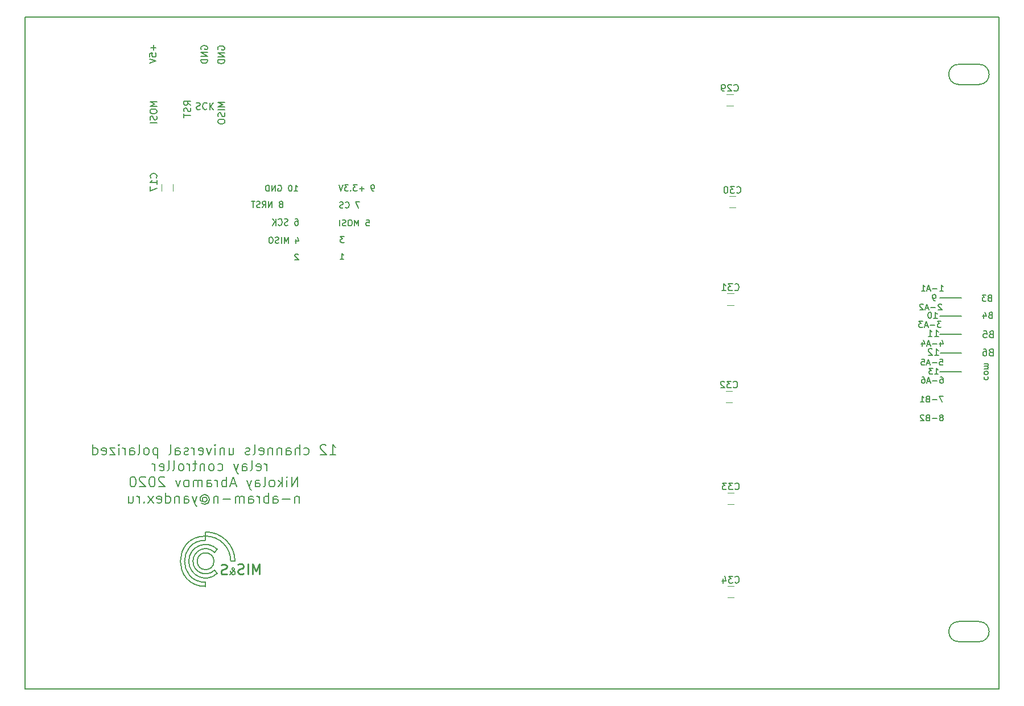
<source format=gbr>
G04 #@! TF.GenerationSoftware,KiCad,Pcbnew,(5.1.2)-1*
G04 #@! TF.CreationDate,2020-05-19T21:26:11+03:00*
G04 #@! TF.ProjectId,switch_controller,73776974-6368-45f6-936f-6e74726f6c6c,rev?*
G04 #@! TF.SameCoordinates,Original*
G04 #@! TF.FileFunction,Legend,Bot*
G04 #@! TF.FilePolarity,Positive*
%FSLAX46Y46*%
G04 Gerber Fmt 4.6, Leading zero omitted, Abs format (unit mm)*
G04 Created by KiCad (PCBNEW (5.1.2)-1) date 2020-05-19 21:26:11*
%MOMM*%
%LPD*%
G04 APERTURE LIST*
%ADD10C,0.160000*%
%ADD11C,0.150000*%
%ADD12C,0.250000*%
%ADD13C,0.200000*%
%ADD14C,0.120000*%
G04 APERTURE END LIST*
D10*
X112525000Y-82657142D02*
X111967857Y-82657142D01*
X112267857Y-83000000D01*
X112139285Y-83000000D01*
X112053571Y-83042857D01*
X112010714Y-83085714D01*
X111967857Y-83171428D01*
X111967857Y-83385714D01*
X112010714Y-83471428D01*
X112053571Y-83514285D01*
X112139285Y-83557142D01*
X112396428Y-83557142D01*
X112482142Y-83514285D01*
X112525000Y-83471428D01*
X105682142Y-85317857D02*
X105639285Y-85275000D01*
X105553571Y-85232142D01*
X105339285Y-85232142D01*
X105253571Y-85275000D01*
X105210714Y-85317857D01*
X105167857Y-85403571D01*
X105167857Y-85489285D01*
X105210714Y-85617857D01*
X105725000Y-86132142D01*
X105167857Y-86132142D01*
X111917857Y-86057142D02*
X112432142Y-86057142D01*
X112175000Y-86057142D02*
X112175000Y-85157142D01*
X112260714Y-85285714D01*
X112346428Y-85371428D01*
X112432142Y-85414285D01*
X207785714Y-103542857D02*
X207742857Y-103628571D01*
X207742857Y-103800000D01*
X207785714Y-103885714D01*
X207828571Y-103928571D01*
X207914285Y-103971428D01*
X208171428Y-103971428D01*
X208257142Y-103928571D01*
X208300000Y-103885714D01*
X208342857Y-103800000D01*
X208342857Y-103628571D01*
X208300000Y-103542857D01*
X207742857Y-103028571D02*
X207785714Y-103114285D01*
X207828571Y-103157142D01*
X207914285Y-103200000D01*
X208171428Y-103200000D01*
X208257142Y-103157142D01*
X208300000Y-103114285D01*
X208342857Y-103028571D01*
X208342857Y-102900000D01*
X208300000Y-102814285D01*
X208257142Y-102771428D01*
X208171428Y-102728571D01*
X207914285Y-102728571D01*
X207828571Y-102771428D01*
X207785714Y-102814285D01*
X207742857Y-102900000D01*
X207742857Y-103028571D01*
X207742857Y-102342857D02*
X208342857Y-102342857D01*
X208257142Y-102342857D02*
X208300000Y-102300000D01*
X208342857Y-102214285D01*
X208342857Y-102085714D01*
X208300000Y-102000000D01*
X208214285Y-101957142D01*
X207742857Y-101957142D01*
X208214285Y-101957142D02*
X208300000Y-101914285D01*
X208342857Y-101828571D01*
X208342857Y-101700000D01*
X208300000Y-101614285D01*
X208214285Y-101571428D01*
X207742857Y-101571428D01*
D11*
X208754761Y-99878571D02*
X208611904Y-99926190D01*
X208564285Y-99973809D01*
X208516666Y-100069047D01*
X208516666Y-100211904D01*
X208564285Y-100307142D01*
X208611904Y-100354761D01*
X208707142Y-100402380D01*
X209088095Y-100402380D01*
X209088095Y-99402380D01*
X208754761Y-99402380D01*
X208659523Y-99450000D01*
X208611904Y-99497619D01*
X208564285Y-99592857D01*
X208564285Y-99688095D01*
X208611904Y-99783333D01*
X208659523Y-99830952D01*
X208754761Y-99878571D01*
X209088095Y-99878571D01*
X207659523Y-99402380D02*
X207850000Y-99402380D01*
X207945238Y-99450000D01*
X207992857Y-99497619D01*
X208088095Y-99640476D01*
X208135714Y-99830952D01*
X208135714Y-100211904D01*
X208088095Y-100307142D01*
X208040476Y-100354761D01*
X207945238Y-100402380D01*
X207754761Y-100402380D01*
X207659523Y-100354761D01*
X207611904Y-100307142D01*
X207564285Y-100211904D01*
X207564285Y-99973809D01*
X207611904Y-99878571D01*
X207659523Y-99830952D01*
X207754761Y-99783333D01*
X207945238Y-99783333D01*
X208040476Y-99830952D01*
X208088095Y-99878571D01*
X208135714Y-99973809D01*
D10*
X208804761Y-97178571D02*
X208661904Y-97226190D01*
X208614285Y-97273809D01*
X208566666Y-97369047D01*
X208566666Y-97511904D01*
X208614285Y-97607142D01*
X208661904Y-97654761D01*
X208757142Y-97702380D01*
X209138095Y-97702380D01*
X209138095Y-96702380D01*
X208804761Y-96702380D01*
X208709523Y-96750000D01*
X208661904Y-96797619D01*
X208614285Y-96892857D01*
X208614285Y-96988095D01*
X208661904Y-97083333D01*
X208709523Y-97130952D01*
X208804761Y-97178571D01*
X209138095Y-97178571D01*
X207661904Y-96702380D02*
X208138095Y-96702380D01*
X208185714Y-97178571D01*
X208138095Y-97130952D01*
X208042857Y-97083333D01*
X207804761Y-97083333D01*
X207709523Y-97130952D01*
X207661904Y-97178571D01*
X207614285Y-97273809D01*
X207614285Y-97511904D01*
X207661904Y-97607142D01*
X207709523Y-97654761D01*
X207804761Y-97702380D01*
X208042857Y-97702380D01*
X208138095Y-97654761D01*
X208185714Y-97607142D01*
X208664285Y-94335714D02*
X208535714Y-94378571D01*
X208492857Y-94421428D01*
X208450000Y-94507142D01*
X208450000Y-94635714D01*
X208492857Y-94721428D01*
X208535714Y-94764285D01*
X208621428Y-94807142D01*
X208964285Y-94807142D01*
X208964285Y-93907142D01*
X208664285Y-93907142D01*
X208578571Y-93950000D01*
X208535714Y-93992857D01*
X208492857Y-94078571D01*
X208492857Y-94164285D01*
X208535714Y-94250000D01*
X208578571Y-94292857D01*
X208664285Y-94335714D01*
X208964285Y-94335714D01*
X207678571Y-94207142D02*
X207678571Y-94807142D01*
X207892857Y-93864285D02*
X208107142Y-94507142D01*
X207550000Y-94507142D01*
X200521428Y-92207142D02*
X200350000Y-92207142D01*
X200264285Y-92164285D01*
X200221428Y-92121428D01*
X200135714Y-91992857D01*
X200092857Y-91821428D01*
X200092857Y-91478571D01*
X200135714Y-91392857D01*
X200178571Y-91350000D01*
X200264285Y-91307142D01*
X200435714Y-91307142D01*
X200521428Y-91350000D01*
X200564285Y-91392857D01*
X200607142Y-91478571D01*
X200607142Y-91692857D01*
X200564285Y-91778571D01*
X200521428Y-91821428D01*
X200435714Y-91864285D01*
X200264285Y-91864285D01*
X200178571Y-91821428D01*
X200135714Y-91778571D01*
X200092857Y-91692857D01*
X204400000Y-91750000D02*
X201200000Y-91750000D01*
X204400000Y-94500000D02*
X201200000Y-94500000D01*
X204400000Y-97200000D02*
X201150000Y-97200000D01*
X204400000Y-100000000D02*
X201250000Y-100000000D01*
X204400000Y-102800000D02*
X201200000Y-102800000D01*
D11*
X84627380Y-62578571D02*
X83627380Y-62578571D01*
X84341666Y-62911904D01*
X83627380Y-63245238D01*
X84627380Y-63245238D01*
X83627380Y-63911904D02*
X83627380Y-64102380D01*
X83675000Y-64197619D01*
X83770238Y-64292857D01*
X83960714Y-64340476D01*
X84294047Y-64340476D01*
X84484523Y-64292857D01*
X84579761Y-64197619D01*
X84627380Y-64102380D01*
X84627380Y-63911904D01*
X84579761Y-63816666D01*
X84484523Y-63721428D01*
X84294047Y-63673809D01*
X83960714Y-63673809D01*
X83770238Y-63721428D01*
X83675000Y-63816666D01*
X83627380Y-63911904D01*
X84579761Y-64721428D02*
X84627380Y-64864285D01*
X84627380Y-65102380D01*
X84579761Y-65197619D01*
X84532142Y-65245238D01*
X84436904Y-65292857D01*
X84341666Y-65292857D01*
X84246428Y-65245238D01*
X84198809Y-65197619D01*
X84151190Y-65102380D01*
X84103571Y-64911904D01*
X84055952Y-64816666D01*
X84008333Y-64769047D01*
X83913095Y-64721428D01*
X83817857Y-64721428D01*
X83722619Y-64769047D01*
X83675000Y-64816666D01*
X83627380Y-64911904D01*
X83627380Y-65150000D01*
X83675000Y-65292857D01*
X84627380Y-65721428D02*
X83627380Y-65721428D01*
D10*
X103221428Y-77817857D02*
X103307142Y-77775000D01*
X103350000Y-77732142D01*
X103392857Y-77646428D01*
X103392857Y-77603571D01*
X103350000Y-77517857D01*
X103307142Y-77475000D01*
X103221428Y-77432142D01*
X103050000Y-77432142D01*
X102964285Y-77475000D01*
X102921428Y-77517857D01*
X102878571Y-77603571D01*
X102878571Y-77646428D01*
X102921428Y-77732142D01*
X102964285Y-77775000D01*
X103050000Y-77817857D01*
X103221428Y-77817857D01*
X103307142Y-77860714D01*
X103350000Y-77903571D01*
X103392857Y-77989285D01*
X103392857Y-78160714D01*
X103350000Y-78246428D01*
X103307142Y-78289285D01*
X103221428Y-78332142D01*
X103050000Y-78332142D01*
X102964285Y-78289285D01*
X102921428Y-78246428D01*
X102878571Y-78160714D01*
X102878571Y-77989285D01*
X102921428Y-77903571D01*
X102964285Y-77860714D01*
X103050000Y-77817857D01*
X101807142Y-78332142D02*
X101807142Y-77432142D01*
X101292857Y-78332142D01*
X101292857Y-77432142D01*
X100350000Y-78332142D02*
X100650000Y-77903571D01*
X100864285Y-78332142D02*
X100864285Y-77432142D01*
X100521428Y-77432142D01*
X100435714Y-77475000D01*
X100392857Y-77517857D01*
X100350000Y-77603571D01*
X100350000Y-77732142D01*
X100392857Y-77817857D01*
X100435714Y-77860714D01*
X100521428Y-77903571D01*
X100864285Y-77903571D01*
X100007142Y-78289285D02*
X99878571Y-78332142D01*
X99664285Y-78332142D01*
X99578571Y-78289285D01*
X99535714Y-78246428D01*
X99492857Y-78160714D01*
X99492857Y-78075000D01*
X99535714Y-77989285D01*
X99578571Y-77946428D01*
X99664285Y-77903571D01*
X99835714Y-77860714D01*
X99921428Y-77817857D01*
X99964285Y-77775000D01*
X100007142Y-77689285D01*
X100007142Y-77603571D01*
X99964285Y-77517857D01*
X99921428Y-77475000D01*
X99835714Y-77432142D01*
X99621428Y-77432142D01*
X99492857Y-77475000D01*
X99235714Y-77432142D02*
X98721428Y-77432142D01*
X98978571Y-78332142D02*
X98978571Y-77432142D01*
D11*
X95471428Y-132992380D02*
X95519047Y-132992380D01*
X95614285Y-132944761D01*
X95757142Y-132801904D01*
X95995238Y-132516190D01*
X96090476Y-132373333D01*
X96138095Y-132230476D01*
X96138095Y-132135238D01*
X96090476Y-132040000D01*
X95995238Y-131992380D01*
X95947619Y-131992380D01*
X95852380Y-132040000D01*
X95804761Y-132135238D01*
X95804761Y-132182857D01*
X95852380Y-132278095D01*
X95900000Y-132325714D01*
X96185714Y-132516190D01*
X96233333Y-132563809D01*
X96280952Y-132659047D01*
X96280952Y-132801904D01*
X96233333Y-132897142D01*
X96185714Y-132944761D01*
X96090476Y-132992380D01*
X95947619Y-132992380D01*
X95852380Y-132944761D01*
X95804761Y-132897142D01*
X95661904Y-132706666D01*
X95614285Y-132563809D01*
X95614285Y-132468571D01*
D12*
X95058571Y-132897142D02*
X94844285Y-132968571D01*
X94487142Y-132968571D01*
X94344285Y-132897142D01*
X94272857Y-132825714D01*
X94201428Y-132682857D01*
X94201428Y-132540000D01*
X94272857Y-132397142D01*
X94344285Y-132325714D01*
X94487142Y-132254285D01*
X94772857Y-132182857D01*
X94915714Y-132111428D01*
X94987142Y-132040000D01*
X95058571Y-131897142D01*
X95058571Y-131754285D01*
X94987142Y-131611428D01*
X94915714Y-131540000D01*
X94772857Y-131468571D01*
X94415714Y-131468571D01*
X94201428Y-131540000D01*
X99911428Y-132908571D02*
X99911428Y-131408571D01*
X99411428Y-132480000D01*
X98911428Y-131408571D01*
X98911428Y-132908571D01*
X98197142Y-132908571D02*
X98197142Y-131408571D01*
X97554285Y-132837142D02*
X97340000Y-132908571D01*
X96982857Y-132908571D01*
X96840000Y-132837142D01*
X96768571Y-132765714D01*
X96697142Y-132622857D01*
X96697142Y-132480000D01*
X96768571Y-132337142D01*
X96840000Y-132265714D01*
X96982857Y-132194285D01*
X97268571Y-132122857D01*
X97411428Y-132051428D01*
X97482857Y-131980000D01*
X97554285Y-131837142D01*
X97554285Y-131694285D01*
X97482857Y-131551428D01*
X97411428Y-131480000D01*
X97268571Y-131408571D01*
X96911428Y-131408571D01*
X96697142Y-131480000D01*
D13*
X96264999Y-131020000D02*
X95640000Y-131020000D01*
X96265000Y-131020000D02*
G75*
G03X91890000Y-126645000I-4375000J0D01*
G01*
X91890000Y-127270000D02*
X91890000Y-126645000D01*
X95640000Y-131020000D02*
G75*
G03X91890000Y-127270000I-3750000J0D01*
G01*
X93193217Y-132368053D02*
X93627623Y-132817405D01*
X93215103Y-129693455D02*
G75*
G03X93193217Y-132368053I-1325103J-1326545D01*
G01*
X93657766Y-129252234D02*
X93215825Y-129694175D01*
X93656806Y-129251272D02*
G75*
G03X93627623Y-132817405I-1766806J-1768728D01*
G01*
X91890000Y-134770000D02*
X91890000Y-134145000D01*
X91890000Y-127270000D02*
G75*
G03X91890000Y-134770000I0J-3750000D01*
G01*
X91890000Y-127895000D02*
X91890000Y-127270000D01*
X91890000Y-127895000D02*
G75*
G03X91890000Y-134145000I0J-3125000D01*
G01*
X93140000Y-131020000D02*
G75*
G03X93140000Y-131020000I-1250000J0D01*
G01*
D10*
X105350000Y-83057142D02*
X105350000Y-83657142D01*
X105564285Y-82714285D02*
X105778571Y-83357142D01*
X105221428Y-83357142D01*
X104192857Y-83657142D02*
X104192857Y-82757142D01*
X103892857Y-83400000D01*
X103592857Y-82757142D01*
X103592857Y-83657142D01*
X103164285Y-83657142D02*
X103164285Y-82757142D01*
X102778571Y-83614285D02*
X102650000Y-83657142D01*
X102435714Y-83657142D01*
X102350000Y-83614285D01*
X102307142Y-83571428D01*
X102264285Y-83485714D01*
X102264285Y-83400000D01*
X102307142Y-83314285D01*
X102350000Y-83271428D01*
X102435714Y-83228571D01*
X102607142Y-83185714D01*
X102692857Y-83142857D01*
X102735714Y-83100000D01*
X102778571Y-83014285D01*
X102778571Y-82928571D01*
X102735714Y-82842857D01*
X102692857Y-82800000D01*
X102607142Y-82757142D01*
X102392857Y-82757142D01*
X102264285Y-82800000D01*
X101707142Y-82757142D02*
X101535714Y-82757142D01*
X101450000Y-82800000D01*
X101364285Y-82885714D01*
X101321428Y-83057142D01*
X101321428Y-83357142D01*
X101364285Y-83528571D01*
X101450000Y-83614285D01*
X101535714Y-83657142D01*
X101707142Y-83657142D01*
X101792857Y-83614285D01*
X101878571Y-83528571D01*
X101921428Y-83357142D01*
X101921428Y-83057142D01*
X101878571Y-82885714D01*
X101792857Y-82800000D01*
X101707142Y-82757142D01*
X105085714Y-75907142D02*
X105600000Y-75907142D01*
X105342857Y-75907142D02*
X105342857Y-75007142D01*
X105428571Y-75135714D01*
X105514285Y-75221428D01*
X105600000Y-75264285D01*
X104528571Y-75007142D02*
X104442857Y-75007142D01*
X104357142Y-75050000D01*
X104314285Y-75092857D01*
X104271428Y-75178571D01*
X104228571Y-75350000D01*
X104228571Y-75564285D01*
X104271428Y-75735714D01*
X104314285Y-75821428D01*
X104357142Y-75864285D01*
X104442857Y-75907142D01*
X104528571Y-75907142D01*
X104614285Y-75864285D01*
X104657142Y-75821428D01*
X104700000Y-75735714D01*
X104742857Y-75564285D01*
X104742857Y-75350000D01*
X104700000Y-75178571D01*
X104657142Y-75092857D01*
X104614285Y-75050000D01*
X104528571Y-75007142D01*
X102685714Y-75050000D02*
X102771428Y-75007142D01*
X102900000Y-75007142D01*
X103028571Y-75050000D01*
X103114285Y-75135714D01*
X103157142Y-75221428D01*
X103200000Y-75392857D01*
X103200000Y-75521428D01*
X103157142Y-75692857D01*
X103114285Y-75778571D01*
X103028571Y-75864285D01*
X102900000Y-75907142D01*
X102814285Y-75907142D01*
X102685714Y-75864285D01*
X102642857Y-75821428D01*
X102642857Y-75521428D01*
X102814285Y-75521428D01*
X102257142Y-75907142D02*
X102257142Y-75007142D01*
X101742857Y-75907142D01*
X101742857Y-75007142D01*
X101314285Y-75907142D02*
X101314285Y-75007142D01*
X101100000Y-75007142D01*
X100971428Y-75050000D01*
X100885714Y-75135714D01*
X100842857Y-75221428D01*
X100800000Y-75392857D01*
X100800000Y-75521428D01*
X100842857Y-75692857D01*
X100885714Y-75778571D01*
X100971428Y-75864285D01*
X101100000Y-75907142D01*
X101314285Y-75907142D01*
X105250000Y-80002380D02*
X105421428Y-80002380D01*
X105507142Y-80050000D01*
X105550000Y-80097619D01*
X105635714Y-80240476D01*
X105678571Y-80430952D01*
X105678571Y-80811904D01*
X105635714Y-80907142D01*
X105592857Y-80954761D01*
X105507142Y-81002380D01*
X105335714Y-81002380D01*
X105250000Y-80954761D01*
X105207142Y-80907142D01*
X105164285Y-80811904D01*
X105164285Y-80573809D01*
X105207142Y-80478571D01*
X105250000Y-80430952D01*
X105335714Y-80383333D01*
X105507142Y-80383333D01*
X105592857Y-80430952D01*
X105635714Y-80478571D01*
X105678571Y-80573809D01*
X104135714Y-80954761D02*
X104007142Y-81002380D01*
X103792857Y-81002380D01*
X103707142Y-80954761D01*
X103664285Y-80907142D01*
X103621428Y-80811904D01*
X103621428Y-80716666D01*
X103664285Y-80621428D01*
X103707142Y-80573809D01*
X103792857Y-80526190D01*
X103964285Y-80478571D01*
X104050000Y-80430952D01*
X104092857Y-80383333D01*
X104135714Y-80288095D01*
X104135714Y-80192857D01*
X104092857Y-80097619D01*
X104050000Y-80050000D01*
X103964285Y-80002380D01*
X103750000Y-80002380D01*
X103621428Y-80050000D01*
X102721428Y-80907142D02*
X102764285Y-80954761D01*
X102892857Y-81002380D01*
X102978571Y-81002380D01*
X103107142Y-80954761D01*
X103192857Y-80859523D01*
X103235714Y-80764285D01*
X103278571Y-80573809D01*
X103278571Y-80430952D01*
X103235714Y-80240476D01*
X103192857Y-80145238D01*
X103107142Y-80050000D01*
X102978571Y-80002380D01*
X102892857Y-80002380D01*
X102764285Y-80050000D01*
X102721428Y-80097619D01*
X102335714Y-81002380D02*
X102335714Y-80002380D01*
X101821428Y-81002380D02*
X102207142Y-80430952D01*
X101821428Y-80002380D02*
X102335714Y-80573809D01*
X115782142Y-80157142D02*
X116210714Y-80157142D01*
X116253571Y-80585714D01*
X116210714Y-80542857D01*
X116125000Y-80500000D01*
X115910714Y-80500000D01*
X115825000Y-80542857D01*
X115782142Y-80585714D01*
X115739285Y-80671428D01*
X115739285Y-80885714D01*
X115782142Y-80971428D01*
X115825000Y-81014285D01*
X115910714Y-81057142D01*
X116125000Y-81057142D01*
X116210714Y-81014285D01*
X116253571Y-80971428D01*
X114667857Y-81057142D02*
X114667857Y-80157142D01*
X114367857Y-80800000D01*
X114067857Y-80157142D01*
X114067857Y-81057142D01*
X113467857Y-80157142D02*
X113296428Y-80157142D01*
X113210714Y-80200000D01*
X113125000Y-80285714D01*
X113082142Y-80457142D01*
X113082142Y-80757142D01*
X113125000Y-80928571D01*
X113210714Y-81014285D01*
X113296428Y-81057142D01*
X113467857Y-81057142D01*
X113553571Y-81014285D01*
X113639285Y-80928571D01*
X113682142Y-80757142D01*
X113682142Y-80457142D01*
X113639285Y-80285714D01*
X113553571Y-80200000D01*
X113467857Y-80157142D01*
X112739285Y-81014285D02*
X112610714Y-81057142D01*
X112396428Y-81057142D01*
X112310714Y-81014285D01*
X112267857Y-80971428D01*
X112225000Y-80885714D01*
X112225000Y-80800000D01*
X112267857Y-80714285D01*
X112310714Y-80671428D01*
X112396428Y-80628571D01*
X112567857Y-80585714D01*
X112653571Y-80542857D01*
X112696428Y-80500000D01*
X112739285Y-80414285D01*
X112739285Y-80328571D01*
X112696428Y-80242857D01*
X112653571Y-80200000D01*
X112567857Y-80157142D01*
X112353571Y-80157142D01*
X112225000Y-80200000D01*
X111839285Y-81057142D02*
X111839285Y-80157142D01*
X114846428Y-77507142D02*
X114246428Y-77507142D01*
X114632142Y-78407142D01*
X112703571Y-78321428D02*
X112746428Y-78364285D01*
X112875000Y-78407142D01*
X112960714Y-78407142D01*
X113089285Y-78364285D01*
X113175000Y-78278571D01*
X113217857Y-78192857D01*
X113260714Y-78021428D01*
X113260714Y-77892857D01*
X113217857Y-77721428D01*
X113175000Y-77635714D01*
X113089285Y-77550000D01*
X112960714Y-77507142D01*
X112875000Y-77507142D01*
X112746428Y-77550000D01*
X112703571Y-77592857D01*
X112360714Y-78364285D02*
X112232142Y-78407142D01*
X112017857Y-78407142D01*
X111932142Y-78364285D01*
X111889285Y-78321428D01*
X111846428Y-78235714D01*
X111846428Y-78150000D01*
X111889285Y-78064285D01*
X111932142Y-78021428D01*
X112017857Y-77978571D01*
X112189285Y-77935714D01*
X112275000Y-77892857D01*
X112317857Y-77850000D01*
X112360714Y-77764285D01*
X112360714Y-77678571D01*
X112317857Y-77592857D01*
X112275000Y-77550000D01*
X112189285Y-77507142D01*
X111975000Y-77507142D01*
X111846428Y-77550000D01*
X116953571Y-75857142D02*
X116782142Y-75857142D01*
X116696428Y-75814285D01*
X116653571Y-75771428D01*
X116567857Y-75642857D01*
X116525000Y-75471428D01*
X116525000Y-75128571D01*
X116567857Y-75042857D01*
X116610714Y-75000000D01*
X116696428Y-74957142D01*
X116867857Y-74957142D01*
X116953571Y-75000000D01*
X116996428Y-75042857D01*
X117039285Y-75128571D01*
X117039285Y-75342857D01*
X116996428Y-75428571D01*
X116953571Y-75471428D01*
X116867857Y-75514285D01*
X116696428Y-75514285D01*
X116610714Y-75471428D01*
X116567857Y-75428571D01*
X116525000Y-75342857D01*
X115453571Y-75514285D02*
X114767857Y-75514285D01*
X115110714Y-75857142D02*
X115110714Y-75171428D01*
X114425000Y-74957142D02*
X113867857Y-74957142D01*
X114167857Y-75300000D01*
X114039285Y-75300000D01*
X113953571Y-75342857D01*
X113910714Y-75385714D01*
X113867857Y-75471428D01*
X113867857Y-75685714D01*
X113910714Y-75771428D01*
X113953571Y-75814285D01*
X114039285Y-75857142D01*
X114296428Y-75857142D01*
X114382142Y-75814285D01*
X114425000Y-75771428D01*
X113482142Y-75771428D02*
X113439285Y-75814285D01*
X113482142Y-75857142D01*
X113525000Y-75814285D01*
X113482142Y-75771428D01*
X113482142Y-75857142D01*
X113139285Y-74957142D02*
X112582142Y-74957142D01*
X112882142Y-75300000D01*
X112753571Y-75300000D01*
X112667857Y-75342857D01*
X112625000Y-75385714D01*
X112582142Y-75471428D01*
X112582142Y-75685714D01*
X112625000Y-75771428D01*
X112667857Y-75814285D01*
X112753571Y-75857142D01*
X113010714Y-75857142D01*
X113096428Y-75814285D01*
X113139285Y-75771428D01*
X112325000Y-74957142D02*
X112025000Y-75857142D01*
X111725000Y-74957142D01*
D11*
X91250000Y-54763095D02*
X91202380Y-54667857D01*
X91202380Y-54525000D01*
X91250000Y-54382142D01*
X91345238Y-54286904D01*
X91440476Y-54239285D01*
X91630952Y-54191666D01*
X91773809Y-54191666D01*
X91964285Y-54239285D01*
X92059523Y-54286904D01*
X92154761Y-54382142D01*
X92202380Y-54525000D01*
X92202380Y-54620238D01*
X92154761Y-54763095D01*
X92107142Y-54810714D01*
X91773809Y-54810714D01*
X91773809Y-54620238D01*
X92202380Y-55239285D02*
X91202380Y-55239285D01*
X92202380Y-55810714D01*
X91202380Y-55810714D01*
X92202380Y-56286904D02*
X91202380Y-56286904D01*
X91202380Y-56525000D01*
X91250000Y-56667857D01*
X91345238Y-56763095D01*
X91440476Y-56810714D01*
X91630952Y-56858333D01*
X91773809Y-56858333D01*
X91964285Y-56810714D01*
X92059523Y-56763095D01*
X92154761Y-56667857D01*
X92202380Y-56525000D01*
X92202380Y-56286904D01*
X93750000Y-54813095D02*
X93702380Y-54717857D01*
X93702380Y-54575000D01*
X93750000Y-54432142D01*
X93845238Y-54336904D01*
X93940476Y-54289285D01*
X94130952Y-54241666D01*
X94273809Y-54241666D01*
X94464285Y-54289285D01*
X94559523Y-54336904D01*
X94654761Y-54432142D01*
X94702380Y-54575000D01*
X94702380Y-54670238D01*
X94654761Y-54813095D01*
X94607142Y-54860714D01*
X94273809Y-54860714D01*
X94273809Y-54670238D01*
X94702380Y-55289285D02*
X93702380Y-55289285D01*
X94702380Y-55860714D01*
X93702380Y-55860714D01*
X94702380Y-56336904D02*
X93702380Y-56336904D01*
X93702380Y-56575000D01*
X93750000Y-56717857D01*
X93845238Y-56813095D01*
X93940476Y-56860714D01*
X94130952Y-56908333D01*
X94273809Y-56908333D01*
X94464285Y-56860714D01*
X94559523Y-56813095D01*
X94654761Y-56717857D01*
X94702380Y-56575000D01*
X94702380Y-56336904D01*
X84146428Y-54139285D02*
X84146428Y-54901190D01*
X84527380Y-54520238D02*
X83765476Y-54520238D01*
X83527380Y-55853571D02*
X83527380Y-55377380D01*
X84003571Y-55329761D01*
X83955952Y-55377380D01*
X83908333Y-55472619D01*
X83908333Y-55710714D01*
X83955952Y-55805952D01*
X84003571Y-55853571D01*
X84098809Y-55901190D01*
X84336904Y-55901190D01*
X84432142Y-55853571D01*
X84479761Y-55805952D01*
X84527380Y-55710714D01*
X84527380Y-55472619D01*
X84479761Y-55377380D01*
X84432142Y-55329761D01*
X83527380Y-56186904D02*
X84527380Y-56520238D01*
X83527380Y-56853571D01*
X89677380Y-63102380D02*
X89201190Y-62769047D01*
X89677380Y-62530952D02*
X88677380Y-62530952D01*
X88677380Y-62911904D01*
X88725000Y-63007142D01*
X88772619Y-63054761D01*
X88867857Y-63102380D01*
X89010714Y-63102380D01*
X89105952Y-63054761D01*
X89153571Y-63007142D01*
X89201190Y-62911904D01*
X89201190Y-62530952D01*
X89629761Y-63483333D02*
X89677380Y-63626190D01*
X89677380Y-63864285D01*
X89629761Y-63959523D01*
X89582142Y-64007142D01*
X89486904Y-64054761D01*
X89391666Y-64054761D01*
X89296428Y-64007142D01*
X89248809Y-63959523D01*
X89201190Y-63864285D01*
X89153571Y-63673809D01*
X89105952Y-63578571D01*
X89058333Y-63530952D01*
X88963095Y-63483333D01*
X88867857Y-63483333D01*
X88772619Y-63530952D01*
X88725000Y-63578571D01*
X88677380Y-63673809D01*
X88677380Y-63911904D01*
X88725000Y-64054761D01*
X88677380Y-64340476D02*
X88677380Y-64911904D01*
X89677380Y-64626190D02*
X88677380Y-64626190D01*
X90514285Y-62770238D02*
X90657142Y-62722619D01*
X90895238Y-62722619D01*
X90990476Y-62770238D01*
X91038095Y-62817857D01*
X91085714Y-62913095D01*
X91085714Y-63008333D01*
X91038095Y-63103571D01*
X90990476Y-63151190D01*
X90895238Y-63198809D01*
X90704761Y-63246428D01*
X90609523Y-63294047D01*
X90561904Y-63341666D01*
X90514285Y-63436904D01*
X90514285Y-63532142D01*
X90561904Y-63627380D01*
X90609523Y-63675000D01*
X90704761Y-63722619D01*
X90942857Y-63722619D01*
X91085714Y-63675000D01*
X92085714Y-62817857D02*
X92038095Y-62770238D01*
X91895238Y-62722619D01*
X91800000Y-62722619D01*
X91657142Y-62770238D01*
X91561904Y-62865476D01*
X91514285Y-62960714D01*
X91466666Y-63151190D01*
X91466666Y-63294047D01*
X91514285Y-63484523D01*
X91561904Y-63579761D01*
X91657142Y-63675000D01*
X91800000Y-63722619D01*
X91895238Y-63722619D01*
X92038095Y-63675000D01*
X92085714Y-63627380D01*
X92514285Y-62722619D02*
X92514285Y-63722619D01*
X93085714Y-62722619D02*
X92657142Y-63294047D01*
X93085714Y-63722619D02*
X92514285Y-63151190D01*
X94752380Y-62653571D02*
X93752380Y-62653571D01*
X94466666Y-62986904D01*
X93752380Y-63320238D01*
X94752380Y-63320238D01*
X94752380Y-63796428D02*
X93752380Y-63796428D01*
X94704761Y-64225000D02*
X94752380Y-64367857D01*
X94752380Y-64605952D01*
X94704761Y-64701190D01*
X94657142Y-64748809D01*
X94561904Y-64796428D01*
X94466666Y-64796428D01*
X94371428Y-64748809D01*
X94323809Y-64701190D01*
X94276190Y-64605952D01*
X94228571Y-64415476D01*
X94180952Y-64320238D01*
X94133333Y-64272619D01*
X94038095Y-64225000D01*
X93942857Y-64225000D01*
X93847619Y-64272619D01*
X93800000Y-64320238D01*
X93752380Y-64415476D01*
X93752380Y-64653571D01*
X93800000Y-64796428D01*
X93752380Y-65415476D02*
X93752380Y-65605952D01*
X93800000Y-65701190D01*
X93895238Y-65796428D01*
X94085714Y-65844047D01*
X94419047Y-65844047D01*
X94609523Y-65796428D01*
X94704761Y-65701190D01*
X94752380Y-65605952D01*
X94752380Y-65415476D01*
X94704761Y-65320238D01*
X94609523Y-65225000D01*
X94419047Y-65177380D01*
X94085714Y-65177380D01*
X93895238Y-65225000D01*
X93800000Y-65320238D01*
X93752380Y-65415476D01*
D10*
X200421428Y-103157142D02*
X200935714Y-103157142D01*
X200678571Y-103157142D02*
X200678571Y-102257142D01*
X200764285Y-102385714D01*
X200850000Y-102471428D01*
X200935714Y-102514285D01*
X200121428Y-102257142D02*
X199564285Y-102257142D01*
X199864285Y-102600000D01*
X199735714Y-102600000D01*
X199650000Y-102642857D01*
X199607142Y-102685714D01*
X199564285Y-102771428D01*
X199564285Y-102985714D01*
X199607142Y-103071428D01*
X199650000Y-103114285D01*
X199735714Y-103157142D01*
X199992857Y-103157142D01*
X200078571Y-103114285D01*
X200121428Y-103071428D01*
D11*
X200390476Y-100352380D02*
X200961904Y-100352380D01*
X200676190Y-100352380D02*
X200676190Y-99352380D01*
X200771428Y-99495238D01*
X200866666Y-99590476D01*
X200961904Y-99638095D01*
X200009523Y-99447619D02*
X199961904Y-99400000D01*
X199866666Y-99352380D01*
X199628571Y-99352380D01*
X199533333Y-99400000D01*
X199485714Y-99447619D01*
X199438095Y-99542857D01*
X199438095Y-99638095D01*
X199485714Y-99780952D01*
X200057142Y-100352380D01*
X199438095Y-100352380D01*
D10*
X200390476Y-97552380D02*
X200961904Y-97552380D01*
X200676190Y-97552380D02*
X200676190Y-96552380D01*
X200771428Y-96695238D01*
X200866666Y-96790476D01*
X200961904Y-96838095D01*
X199438095Y-97552380D02*
X200009523Y-97552380D01*
X199723809Y-97552380D02*
X199723809Y-96552380D01*
X199819047Y-96695238D01*
X199914285Y-96790476D01*
X200009523Y-96838095D01*
X200271428Y-94807142D02*
X200785714Y-94807142D01*
X200528571Y-94807142D02*
X200528571Y-93907142D01*
X200614285Y-94035714D01*
X200700000Y-94121428D01*
X200785714Y-94164285D01*
X199714285Y-93907142D02*
X199628571Y-93907142D01*
X199542857Y-93950000D01*
X199500000Y-93992857D01*
X199457142Y-94078571D01*
X199414285Y-94250000D01*
X199414285Y-94464285D01*
X199457142Y-94635714D01*
X199500000Y-94721428D01*
X199542857Y-94764285D01*
X199628571Y-94807142D01*
X199714285Y-94807142D01*
X199800000Y-94764285D01*
X199842857Y-94721428D01*
X199885714Y-94635714D01*
X199928571Y-94464285D01*
X199928571Y-94250000D01*
X199885714Y-94078571D01*
X199842857Y-93992857D01*
X199800000Y-93950000D01*
X199714285Y-93907142D01*
X208564285Y-91785714D02*
X208435714Y-91828571D01*
X208392857Y-91871428D01*
X208350000Y-91957142D01*
X208350000Y-92085714D01*
X208392857Y-92171428D01*
X208435714Y-92214285D01*
X208521428Y-92257142D01*
X208864285Y-92257142D01*
X208864285Y-91357142D01*
X208564285Y-91357142D01*
X208478571Y-91400000D01*
X208435714Y-91442857D01*
X208392857Y-91528571D01*
X208392857Y-91614285D01*
X208435714Y-91700000D01*
X208478571Y-91742857D01*
X208564285Y-91785714D01*
X208864285Y-91785714D01*
X208050000Y-91357142D02*
X207492857Y-91357142D01*
X207792857Y-91700000D01*
X207664285Y-91700000D01*
X207578571Y-91742857D01*
X207535714Y-91785714D01*
X207492857Y-91871428D01*
X207492857Y-92085714D01*
X207535714Y-92171428D01*
X207578571Y-92214285D01*
X207664285Y-92257142D01*
X207921428Y-92257142D01*
X208007142Y-92214285D01*
X208050000Y-92171428D01*
X201471428Y-109592857D02*
X201557142Y-109550000D01*
X201600000Y-109507142D01*
X201642857Y-109421428D01*
X201642857Y-109378571D01*
X201600000Y-109292857D01*
X201557142Y-109250000D01*
X201471428Y-109207142D01*
X201300000Y-109207142D01*
X201214285Y-109250000D01*
X201171428Y-109292857D01*
X201128571Y-109378571D01*
X201128571Y-109421428D01*
X201171428Y-109507142D01*
X201214285Y-109550000D01*
X201300000Y-109592857D01*
X201471428Y-109592857D01*
X201557142Y-109635714D01*
X201600000Y-109678571D01*
X201642857Y-109764285D01*
X201642857Y-109935714D01*
X201600000Y-110021428D01*
X201557142Y-110064285D01*
X201471428Y-110107142D01*
X201300000Y-110107142D01*
X201214285Y-110064285D01*
X201171428Y-110021428D01*
X201128571Y-109935714D01*
X201128571Y-109764285D01*
X201171428Y-109678571D01*
X201214285Y-109635714D01*
X201300000Y-109592857D01*
X200742857Y-109764285D02*
X200057142Y-109764285D01*
X199328571Y-109635714D02*
X199200000Y-109678571D01*
X199157142Y-109721428D01*
X199114285Y-109807142D01*
X199114285Y-109935714D01*
X199157142Y-110021428D01*
X199200000Y-110064285D01*
X199285714Y-110107142D01*
X199628571Y-110107142D01*
X199628571Y-109207142D01*
X199328571Y-109207142D01*
X199242857Y-109250000D01*
X199200000Y-109292857D01*
X199157142Y-109378571D01*
X199157142Y-109464285D01*
X199200000Y-109550000D01*
X199242857Y-109592857D01*
X199328571Y-109635714D01*
X199628571Y-109635714D01*
X198771428Y-109292857D02*
X198728571Y-109250000D01*
X198642857Y-109207142D01*
X198428571Y-109207142D01*
X198342857Y-109250000D01*
X198300000Y-109292857D01*
X198257142Y-109378571D01*
X198257142Y-109464285D01*
X198300000Y-109592857D01*
X198814285Y-110107142D01*
X198257142Y-110107142D01*
X201685714Y-106407142D02*
X201085714Y-106407142D01*
X201471428Y-107307142D01*
X200742857Y-106964285D02*
X200057142Y-106964285D01*
X199328571Y-106835714D02*
X199200000Y-106878571D01*
X199157142Y-106921428D01*
X199114285Y-107007142D01*
X199114285Y-107135714D01*
X199157142Y-107221428D01*
X199200000Y-107264285D01*
X199285714Y-107307142D01*
X199628571Y-107307142D01*
X199628571Y-106407142D01*
X199328571Y-106407142D01*
X199242857Y-106450000D01*
X199200000Y-106492857D01*
X199157142Y-106578571D01*
X199157142Y-106664285D01*
X199200000Y-106750000D01*
X199242857Y-106792857D01*
X199328571Y-106835714D01*
X199628571Y-106835714D01*
X198257142Y-107307142D02*
X198771428Y-107307142D01*
X198514285Y-107307142D02*
X198514285Y-106407142D01*
X198600000Y-106535714D01*
X198685714Y-106621428D01*
X198771428Y-106664285D01*
X201250000Y-103557142D02*
X201421428Y-103557142D01*
X201507142Y-103600000D01*
X201550000Y-103642857D01*
X201635714Y-103771428D01*
X201678571Y-103942857D01*
X201678571Y-104285714D01*
X201635714Y-104371428D01*
X201592857Y-104414285D01*
X201507142Y-104457142D01*
X201335714Y-104457142D01*
X201250000Y-104414285D01*
X201207142Y-104371428D01*
X201164285Y-104285714D01*
X201164285Y-104071428D01*
X201207142Y-103985714D01*
X201250000Y-103942857D01*
X201335714Y-103900000D01*
X201507142Y-103900000D01*
X201592857Y-103942857D01*
X201635714Y-103985714D01*
X201678571Y-104071428D01*
X200778571Y-104114285D02*
X200092857Y-104114285D01*
X199707142Y-104200000D02*
X199278571Y-104200000D01*
X199792857Y-104457142D02*
X199492857Y-103557142D01*
X199192857Y-104457142D01*
X198507142Y-103557142D02*
X198678571Y-103557142D01*
X198764285Y-103600000D01*
X198807142Y-103642857D01*
X198892857Y-103771428D01*
X198935714Y-103942857D01*
X198935714Y-104285714D01*
X198892857Y-104371428D01*
X198850000Y-104414285D01*
X198764285Y-104457142D01*
X198592857Y-104457142D01*
X198507142Y-104414285D01*
X198464285Y-104371428D01*
X198421428Y-104285714D01*
X198421428Y-104071428D01*
X198464285Y-103985714D01*
X198507142Y-103942857D01*
X198592857Y-103900000D01*
X198764285Y-103900000D01*
X198850000Y-103942857D01*
X198892857Y-103985714D01*
X198935714Y-104071428D01*
X201157142Y-100907142D02*
X201585714Y-100907142D01*
X201628571Y-101335714D01*
X201585714Y-101292857D01*
X201500000Y-101250000D01*
X201285714Y-101250000D01*
X201200000Y-101292857D01*
X201157142Y-101335714D01*
X201114285Y-101421428D01*
X201114285Y-101635714D01*
X201157142Y-101721428D01*
X201200000Y-101764285D01*
X201285714Y-101807142D01*
X201500000Y-101807142D01*
X201585714Y-101764285D01*
X201628571Y-101721428D01*
X200728571Y-101464285D02*
X200042857Y-101464285D01*
X199657142Y-101550000D02*
X199228571Y-101550000D01*
X199742857Y-101807142D02*
X199442857Y-100907142D01*
X199142857Y-101807142D01*
X198414285Y-100907142D02*
X198842857Y-100907142D01*
X198885714Y-101335714D01*
X198842857Y-101292857D01*
X198757142Y-101250000D01*
X198542857Y-101250000D01*
X198457142Y-101292857D01*
X198414285Y-101335714D01*
X198371428Y-101421428D01*
X198371428Y-101635714D01*
X198414285Y-101721428D01*
X198457142Y-101764285D01*
X198542857Y-101807142D01*
X198757142Y-101807142D01*
X198842857Y-101764285D01*
X198885714Y-101721428D01*
X201250000Y-98357142D02*
X201250000Y-98957142D01*
X201464285Y-98014285D02*
X201678571Y-98657142D01*
X201121428Y-98657142D01*
X200778571Y-98614285D02*
X200092857Y-98614285D01*
X199707142Y-98700000D02*
X199278571Y-98700000D01*
X199792857Y-98957142D02*
X199492857Y-98057142D01*
X199192857Y-98957142D01*
X198507142Y-98357142D02*
X198507142Y-98957142D01*
X198721428Y-98014285D02*
X198935714Y-98657142D01*
X198378571Y-98657142D01*
X201371428Y-95257142D02*
X200814285Y-95257142D01*
X201114285Y-95600000D01*
X200985714Y-95600000D01*
X200900000Y-95642857D01*
X200857142Y-95685714D01*
X200814285Y-95771428D01*
X200814285Y-95985714D01*
X200857142Y-96071428D01*
X200900000Y-96114285D01*
X200985714Y-96157142D01*
X201242857Y-96157142D01*
X201328571Y-96114285D01*
X201371428Y-96071428D01*
X200428571Y-95814285D02*
X199742857Y-95814285D01*
X199357142Y-95900000D02*
X198928571Y-95900000D01*
X199442857Y-96157142D02*
X199142857Y-95257142D01*
X198842857Y-96157142D01*
X198628571Y-95257142D02*
X198071428Y-95257142D01*
X198371428Y-95600000D01*
X198242857Y-95600000D01*
X198157142Y-95642857D01*
X198114285Y-95685714D01*
X198071428Y-95771428D01*
X198071428Y-95985714D01*
X198114285Y-96071428D01*
X198157142Y-96114285D01*
X198242857Y-96157142D01*
X198500000Y-96157142D01*
X198585714Y-96114285D01*
X198628571Y-96071428D01*
X201428571Y-92792857D02*
X201385714Y-92750000D01*
X201300000Y-92707142D01*
X201085714Y-92707142D01*
X201000000Y-92750000D01*
X200957142Y-92792857D01*
X200914285Y-92878571D01*
X200914285Y-92964285D01*
X200957142Y-93092857D01*
X201471428Y-93607142D01*
X200914285Y-93607142D01*
X200528571Y-93264285D02*
X199842857Y-93264285D01*
X199457142Y-93350000D02*
X199028571Y-93350000D01*
X199542857Y-93607142D02*
X199242857Y-92707142D01*
X198942857Y-93607142D01*
X198685714Y-92792857D02*
X198642857Y-92750000D01*
X198557142Y-92707142D01*
X198342857Y-92707142D01*
X198257142Y-92750000D01*
X198214285Y-92792857D01*
X198171428Y-92878571D01*
X198171428Y-92964285D01*
X198214285Y-93092857D01*
X198728571Y-93607142D01*
X198171428Y-93607142D01*
X201164285Y-90757142D02*
X201678571Y-90757142D01*
X201421428Y-90757142D02*
X201421428Y-89857142D01*
X201507142Y-89985714D01*
X201592857Y-90071428D01*
X201678571Y-90114285D01*
X200778571Y-90414285D02*
X200092857Y-90414285D01*
X199707142Y-90500000D02*
X199278571Y-90500000D01*
X199792857Y-90757142D02*
X199492857Y-89857142D01*
X199192857Y-90757142D01*
X198421428Y-90757142D02*
X198935714Y-90757142D01*
X198678571Y-90757142D02*
X198678571Y-89857142D01*
X198764285Y-89985714D01*
X198850000Y-90071428D01*
X198935714Y-90114285D01*
D11*
X110400000Y-115128571D02*
X111257142Y-115128571D01*
X110828571Y-115128571D02*
X110828571Y-113628571D01*
X110971428Y-113842857D01*
X111114285Y-113985714D01*
X111257142Y-114057142D01*
X109828571Y-113771428D02*
X109757142Y-113700000D01*
X109614285Y-113628571D01*
X109257142Y-113628571D01*
X109114285Y-113700000D01*
X109042857Y-113771428D01*
X108971428Y-113914285D01*
X108971428Y-114057142D01*
X109042857Y-114271428D01*
X109900000Y-115128571D01*
X108971428Y-115128571D01*
X106542857Y-115057142D02*
X106685714Y-115128571D01*
X106971428Y-115128571D01*
X107114285Y-115057142D01*
X107185714Y-114985714D01*
X107257142Y-114842857D01*
X107257142Y-114414285D01*
X107185714Y-114271428D01*
X107114285Y-114200000D01*
X106971428Y-114128571D01*
X106685714Y-114128571D01*
X106542857Y-114200000D01*
X105900000Y-115128571D02*
X105900000Y-113628571D01*
X105257142Y-115128571D02*
X105257142Y-114342857D01*
X105328571Y-114200000D01*
X105471428Y-114128571D01*
X105685714Y-114128571D01*
X105828571Y-114200000D01*
X105900000Y-114271428D01*
X103900000Y-115128571D02*
X103900000Y-114342857D01*
X103971428Y-114200000D01*
X104114285Y-114128571D01*
X104400000Y-114128571D01*
X104542857Y-114200000D01*
X103900000Y-115057142D02*
X104042857Y-115128571D01*
X104400000Y-115128571D01*
X104542857Y-115057142D01*
X104614285Y-114914285D01*
X104614285Y-114771428D01*
X104542857Y-114628571D01*
X104400000Y-114557142D01*
X104042857Y-114557142D01*
X103900000Y-114485714D01*
X103185714Y-114128571D02*
X103185714Y-115128571D01*
X103185714Y-114271428D02*
X103114285Y-114200000D01*
X102971428Y-114128571D01*
X102757142Y-114128571D01*
X102614285Y-114200000D01*
X102542857Y-114342857D01*
X102542857Y-115128571D01*
X101828571Y-114128571D02*
X101828571Y-115128571D01*
X101828571Y-114271428D02*
X101757142Y-114200000D01*
X101614285Y-114128571D01*
X101400000Y-114128571D01*
X101257142Y-114200000D01*
X101185714Y-114342857D01*
X101185714Y-115128571D01*
X99900000Y-115057142D02*
X100042857Y-115128571D01*
X100328571Y-115128571D01*
X100471428Y-115057142D01*
X100542857Y-114914285D01*
X100542857Y-114342857D01*
X100471428Y-114200000D01*
X100328571Y-114128571D01*
X100042857Y-114128571D01*
X99900000Y-114200000D01*
X99828571Y-114342857D01*
X99828571Y-114485714D01*
X100542857Y-114628571D01*
X98971428Y-115128571D02*
X99114285Y-115057142D01*
X99185714Y-114914285D01*
X99185714Y-113628571D01*
X98471428Y-115057142D02*
X98328571Y-115128571D01*
X98042857Y-115128571D01*
X97900000Y-115057142D01*
X97828571Y-114914285D01*
X97828571Y-114842857D01*
X97900000Y-114700000D01*
X98042857Y-114628571D01*
X98257142Y-114628571D01*
X98400000Y-114557142D01*
X98471428Y-114414285D01*
X98471428Y-114342857D01*
X98400000Y-114200000D01*
X98257142Y-114128571D01*
X98042857Y-114128571D01*
X97900000Y-114200000D01*
X95400000Y-114128571D02*
X95400000Y-115128571D01*
X96042857Y-114128571D02*
X96042857Y-114914285D01*
X95971428Y-115057142D01*
X95828571Y-115128571D01*
X95614285Y-115128571D01*
X95471428Y-115057142D01*
X95400000Y-114985714D01*
X94685714Y-114128571D02*
X94685714Y-115128571D01*
X94685714Y-114271428D02*
X94614285Y-114200000D01*
X94471428Y-114128571D01*
X94257142Y-114128571D01*
X94114285Y-114200000D01*
X94042857Y-114342857D01*
X94042857Y-115128571D01*
X93328571Y-115128571D02*
X93328571Y-114128571D01*
X93328571Y-113628571D02*
X93400000Y-113700000D01*
X93328571Y-113771428D01*
X93257142Y-113700000D01*
X93328571Y-113628571D01*
X93328571Y-113771428D01*
X92757142Y-114128571D02*
X92400000Y-115128571D01*
X92042857Y-114128571D01*
X90900000Y-115057142D02*
X91042857Y-115128571D01*
X91328571Y-115128571D01*
X91471428Y-115057142D01*
X91542857Y-114914285D01*
X91542857Y-114342857D01*
X91471428Y-114200000D01*
X91328571Y-114128571D01*
X91042857Y-114128571D01*
X90900000Y-114200000D01*
X90828571Y-114342857D01*
X90828571Y-114485714D01*
X91542857Y-114628571D01*
X90185714Y-115128571D02*
X90185714Y-114128571D01*
X90185714Y-114414285D02*
X90114285Y-114271428D01*
X90042857Y-114200000D01*
X89900000Y-114128571D01*
X89757142Y-114128571D01*
X89328571Y-115057142D02*
X89185714Y-115128571D01*
X88900000Y-115128571D01*
X88757142Y-115057142D01*
X88685714Y-114914285D01*
X88685714Y-114842857D01*
X88757142Y-114700000D01*
X88900000Y-114628571D01*
X89114285Y-114628571D01*
X89257142Y-114557142D01*
X89328571Y-114414285D01*
X89328571Y-114342857D01*
X89257142Y-114200000D01*
X89114285Y-114128571D01*
X88900000Y-114128571D01*
X88757142Y-114200000D01*
X87400000Y-115128571D02*
X87400000Y-114342857D01*
X87471428Y-114200000D01*
X87614285Y-114128571D01*
X87900000Y-114128571D01*
X88042857Y-114200000D01*
X87400000Y-115057142D02*
X87542857Y-115128571D01*
X87900000Y-115128571D01*
X88042857Y-115057142D01*
X88114285Y-114914285D01*
X88114285Y-114771428D01*
X88042857Y-114628571D01*
X87900000Y-114557142D01*
X87542857Y-114557142D01*
X87400000Y-114485714D01*
X86471428Y-115128571D02*
X86614285Y-115057142D01*
X86685714Y-114914285D01*
X86685714Y-113628571D01*
X84757142Y-114128571D02*
X84757142Y-115628571D01*
X84757142Y-114200000D02*
X84614285Y-114128571D01*
X84328571Y-114128571D01*
X84185714Y-114200000D01*
X84114285Y-114271428D01*
X84042857Y-114414285D01*
X84042857Y-114842857D01*
X84114285Y-114985714D01*
X84185714Y-115057142D01*
X84328571Y-115128571D01*
X84614285Y-115128571D01*
X84757142Y-115057142D01*
X83185714Y-115128571D02*
X83328571Y-115057142D01*
X83400000Y-114985714D01*
X83471428Y-114842857D01*
X83471428Y-114414285D01*
X83400000Y-114271428D01*
X83328571Y-114200000D01*
X83185714Y-114128571D01*
X82971428Y-114128571D01*
X82828571Y-114200000D01*
X82757142Y-114271428D01*
X82685714Y-114414285D01*
X82685714Y-114842857D01*
X82757142Y-114985714D01*
X82828571Y-115057142D01*
X82971428Y-115128571D01*
X83185714Y-115128571D01*
X81828571Y-115128571D02*
X81971428Y-115057142D01*
X82042857Y-114914285D01*
X82042857Y-113628571D01*
X80614285Y-115128571D02*
X80614285Y-114342857D01*
X80685714Y-114200000D01*
X80828571Y-114128571D01*
X81114285Y-114128571D01*
X81257142Y-114200000D01*
X80614285Y-115057142D02*
X80757142Y-115128571D01*
X81114285Y-115128571D01*
X81257142Y-115057142D01*
X81328571Y-114914285D01*
X81328571Y-114771428D01*
X81257142Y-114628571D01*
X81114285Y-114557142D01*
X80757142Y-114557142D01*
X80614285Y-114485714D01*
X79900000Y-115128571D02*
X79900000Y-114128571D01*
X79900000Y-114414285D02*
X79828571Y-114271428D01*
X79757142Y-114200000D01*
X79614285Y-114128571D01*
X79471428Y-114128571D01*
X78971428Y-115128571D02*
X78971428Y-114128571D01*
X78971428Y-113628571D02*
X79042857Y-113700000D01*
X78971428Y-113771428D01*
X78900000Y-113700000D01*
X78971428Y-113628571D01*
X78971428Y-113771428D01*
X78400000Y-114128571D02*
X77614285Y-114128571D01*
X78400000Y-115128571D01*
X77614285Y-115128571D01*
X76471428Y-115057142D02*
X76614285Y-115128571D01*
X76900000Y-115128571D01*
X77042857Y-115057142D01*
X77114285Y-114914285D01*
X77114285Y-114342857D01*
X77042857Y-114200000D01*
X76900000Y-114128571D01*
X76614285Y-114128571D01*
X76471428Y-114200000D01*
X76400000Y-114342857D01*
X76400000Y-114485714D01*
X77114285Y-114628571D01*
X75114285Y-115128571D02*
X75114285Y-113628571D01*
X75114285Y-115057142D02*
X75257142Y-115128571D01*
X75542857Y-115128571D01*
X75685714Y-115057142D01*
X75757142Y-114985714D01*
X75828571Y-114842857D01*
X75828571Y-114414285D01*
X75757142Y-114271428D01*
X75685714Y-114200000D01*
X75542857Y-114128571D01*
X75257142Y-114128571D01*
X75114285Y-114200000D01*
X101007142Y-117528571D02*
X101007142Y-116528571D01*
X101007142Y-116814285D02*
X100935714Y-116671428D01*
X100864285Y-116600000D01*
X100721428Y-116528571D01*
X100578571Y-116528571D01*
X99507142Y-117457142D02*
X99650000Y-117528571D01*
X99935714Y-117528571D01*
X100078571Y-117457142D01*
X100150000Y-117314285D01*
X100150000Y-116742857D01*
X100078571Y-116600000D01*
X99935714Y-116528571D01*
X99650000Y-116528571D01*
X99507142Y-116600000D01*
X99435714Y-116742857D01*
X99435714Y-116885714D01*
X100150000Y-117028571D01*
X98578571Y-117528571D02*
X98721428Y-117457142D01*
X98792857Y-117314285D01*
X98792857Y-116028571D01*
X97364285Y-117528571D02*
X97364285Y-116742857D01*
X97435714Y-116600000D01*
X97578571Y-116528571D01*
X97864285Y-116528571D01*
X98007142Y-116600000D01*
X97364285Y-117457142D02*
X97507142Y-117528571D01*
X97864285Y-117528571D01*
X98007142Y-117457142D01*
X98078571Y-117314285D01*
X98078571Y-117171428D01*
X98007142Y-117028571D01*
X97864285Y-116957142D01*
X97507142Y-116957142D01*
X97364285Y-116885714D01*
X96792857Y-116528571D02*
X96435714Y-117528571D01*
X96078571Y-116528571D02*
X96435714Y-117528571D01*
X96578571Y-117885714D01*
X96650000Y-117957142D01*
X96792857Y-118028571D01*
X93721428Y-117457142D02*
X93864285Y-117528571D01*
X94150000Y-117528571D01*
X94292857Y-117457142D01*
X94364285Y-117385714D01*
X94435714Y-117242857D01*
X94435714Y-116814285D01*
X94364285Y-116671428D01*
X94292857Y-116600000D01*
X94150000Y-116528571D01*
X93864285Y-116528571D01*
X93721428Y-116600000D01*
X92864285Y-117528571D02*
X93007142Y-117457142D01*
X93078571Y-117385714D01*
X93150000Y-117242857D01*
X93150000Y-116814285D01*
X93078571Y-116671428D01*
X93007142Y-116600000D01*
X92864285Y-116528571D01*
X92650000Y-116528571D01*
X92507142Y-116600000D01*
X92435714Y-116671428D01*
X92364285Y-116814285D01*
X92364285Y-117242857D01*
X92435714Y-117385714D01*
X92507142Y-117457142D01*
X92650000Y-117528571D01*
X92864285Y-117528571D01*
X91721428Y-116528571D02*
X91721428Y-117528571D01*
X91721428Y-116671428D02*
X91650000Y-116600000D01*
X91507142Y-116528571D01*
X91292857Y-116528571D01*
X91150000Y-116600000D01*
X91078571Y-116742857D01*
X91078571Y-117528571D01*
X90578571Y-116528571D02*
X90007142Y-116528571D01*
X90364285Y-116028571D02*
X90364285Y-117314285D01*
X90292857Y-117457142D01*
X90150000Y-117528571D01*
X90007142Y-117528571D01*
X89507142Y-117528571D02*
X89507142Y-116528571D01*
X89507142Y-116814285D02*
X89435714Y-116671428D01*
X89364285Y-116600000D01*
X89221428Y-116528571D01*
X89078571Y-116528571D01*
X88364285Y-117528571D02*
X88507142Y-117457142D01*
X88578571Y-117385714D01*
X88650000Y-117242857D01*
X88650000Y-116814285D01*
X88578571Y-116671428D01*
X88507142Y-116600000D01*
X88364285Y-116528571D01*
X88150000Y-116528571D01*
X88007142Y-116600000D01*
X87935714Y-116671428D01*
X87864285Y-116814285D01*
X87864285Y-117242857D01*
X87935714Y-117385714D01*
X88007142Y-117457142D01*
X88150000Y-117528571D01*
X88364285Y-117528571D01*
X87007142Y-117528571D02*
X87150000Y-117457142D01*
X87221428Y-117314285D01*
X87221428Y-116028571D01*
X86221428Y-117528571D02*
X86364285Y-117457142D01*
X86435714Y-117314285D01*
X86435714Y-116028571D01*
X85078571Y-117457142D02*
X85221428Y-117528571D01*
X85507142Y-117528571D01*
X85650000Y-117457142D01*
X85721428Y-117314285D01*
X85721428Y-116742857D01*
X85650000Y-116600000D01*
X85507142Y-116528571D01*
X85221428Y-116528571D01*
X85078571Y-116600000D01*
X85007142Y-116742857D01*
X85007142Y-116885714D01*
X85721428Y-117028571D01*
X84364285Y-117528571D02*
X84364285Y-116528571D01*
X84364285Y-116814285D02*
X84292857Y-116671428D01*
X84221428Y-116600000D01*
X84078571Y-116528571D01*
X83935714Y-116528571D01*
X105578571Y-119928571D02*
X105578571Y-118428571D01*
X104721428Y-119928571D01*
X104721428Y-118428571D01*
X104007142Y-119928571D02*
X104007142Y-118928571D01*
X104007142Y-118428571D02*
X104078571Y-118500000D01*
X104007142Y-118571428D01*
X103935714Y-118500000D01*
X104007142Y-118428571D01*
X104007142Y-118571428D01*
X103292857Y-119928571D02*
X103292857Y-118428571D01*
X103150000Y-119357142D02*
X102721428Y-119928571D01*
X102721428Y-118928571D02*
X103292857Y-119500000D01*
X101864285Y-119928571D02*
X102007142Y-119857142D01*
X102078571Y-119785714D01*
X102150000Y-119642857D01*
X102150000Y-119214285D01*
X102078571Y-119071428D01*
X102007142Y-119000000D01*
X101864285Y-118928571D01*
X101650000Y-118928571D01*
X101507142Y-119000000D01*
X101435714Y-119071428D01*
X101364285Y-119214285D01*
X101364285Y-119642857D01*
X101435714Y-119785714D01*
X101507142Y-119857142D01*
X101650000Y-119928571D01*
X101864285Y-119928571D01*
X100507142Y-119928571D02*
X100650000Y-119857142D01*
X100721428Y-119714285D01*
X100721428Y-118428571D01*
X99292857Y-119928571D02*
X99292857Y-119142857D01*
X99364285Y-119000000D01*
X99507142Y-118928571D01*
X99792857Y-118928571D01*
X99935714Y-119000000D01*
X99292857Y-119857142D02*
X99435714Y-119928571D01*
X99792857Y-119928571D01*
X99935714Y-119857142D01*
X100007142Y-119714285D01*
X100007142Y-119571428D01*
X99935714Y-119428571D01*
X99792857Y-119357142D01*
X99435714Y-119357142D01*
X99292857Y-119285714D01*
X98721428Y-118928571D02*
X98364285Y-119928571D01*
X98007142Y-118928571D02*
X98364285Y-119928571D01*
X98507142Y-120285714D01*
X98578571Y-120357142D01*
X98721428Y-120428571D01*
X96364285Y-119500000D02*
X95650000Y-119500000D01*
X96507142Y-119928571D02*
X96007142Y-118428571D01*
X95507142Y-119928571D01*
X95007142Y-119928571D02*
X95007142Y-118428571D01*
X95007142Y-119000000D02*
X94864285Y-118928571D01*
X94578571Y-118928571D01*
X94435714Y-119000000D01*
X94364285Y-119071428D01*
X94292857Y-119214285D01*
X94292857Y-119642857D01*
X94364285Y-119785714D01*
X94435714Y-119857142D01*
X94578571Y-119928571D01*
X94864285Y-119928571D01*
X95007142Y-119857142D01*
X93650000Y-119928571D02*
X93650000Y-118928571D01*
X93650000Y-119214285D02*
X93578571Y-119071428D01*
X93507142Y-119000000D01*
X93364285Y-118928571D01*
X93221428Y-118928571D01*
X92078571Y-119928571D02*
X92078571Y-119142857D01*
X92150000Y-119000000D01*
X92292857Y-118928571D01*
X92578571Y-118928571D01*
X92721428Y-119000000D01*
X92078571Y-119857142D02*
X92221428Y-119928571D01*
X92578571Y-119928571D01*
X92721428Y-119857142D01*
X92792857Y-119714285D01*
X92792857Y-119571428D01*
X92721428Y-119428571D01*
X92578571Y-119357142D01*
X92221428Y-119357142D01*
X92078571Y-119285714D01*
X91364285Y-119928571D02*
X91364285Y-118928571D01*
X91364285Y-119071428D02*
X91292857Y-119000000D01*
X91150000Y-118928571D01*
X90935714Y-118928571D01*
X90792857Y-119000000D01*
X90721428Y-119142857D01*
X90721428Y-119928571D01*
X90721428Y-119142857D02*
X90650000Y-119000000D01*
X90507142Y-118928571D01*
X90292857Y-118928571D01*
X90150000Y-119000000D01*
X90078571Y-119142857D01*
X90078571Y-119928571D01*
X89150000Y-119928571D02*
X89292857Y-119857142D01*
X89364285Y-119785714D01*
X89435714Y-119642857D01*
X89435714Y-119214285D01*
X89364285Y-119071428D01*
X89292857Y-119000000D01*
X89150000Y-118928571D01*
X88935714Y-118928571D01*
X88792857Y-119000000D01*
X88721428Y-119071428D01*
X88650000Y-119214285D01*
X88650000Y-119642857D01*
X88721428Y-119785714D01*
X88792857Y-119857142D01*
X88935714Y-119928571D01*
X89150000Y-119928571D01*
X88150000Y-118928571D02*
X87792857Y-119928571D01*
X87435714Y-118928571D01*
X85792857Y-118571428D02*
X85721428Y-118500000D01*
X85578571Y-118428571D01*
X85221428Y-118428571D01*
X85078571Y-118500000D01*
X85007142Y-118571428D01*
X84935714Y-118714285D01*
X84935714Y-118857142D01*
X85007142Y-119071428D01*
X85864285Y-119928571D01*
X84935714Y-119928571D01*
X84007142Y-118428571D02*
X83864285Y-118428571D01*
X83721428Y-118500000D01*
X83650000Y-118571428D01*
X83578571Y-118714285D01*
X83507142Y-119000000D01*
X83507142Y-119357142D01*
X83578571Y-119642857D01*
X83650000Y-119785714D01*
X83721428Y-119857142D01*
X83864285Y-119928571D01*
X84007142Y-119928571D01*
X84150000Y-119857142D01*
X84221428Y-119785714D01*
X84292857Y-119642857D01*
X84364285Y-119357142D01*
X84364285Y-119000000D01*
X84292857Y-118714285D01*
X84221428Y-118571428D01*
X84150000Y-118500000D01*
X84007142Y-118428571D01*
X82935714Y-118571428D02*
X82864285Y-118500000D01*
X82721428Y-118428571D01*
X82364285Y-118428571D01*
X82221428Y-118500000D01*
X82150000Y-118571428D01*
X82078571Y-118714285D01*
X82078571Y-118857142D01*
X82150000Y-119071428D01*
X83007142Y-119928571D01*
X82078571Y-119928571D01*
X81150000Y-118428571D02*
X81007142Y-118428571D01*
X80864285Y-118500000D01*
X80792857Y-118571428D01*
X80721428Y-118714285D01*
X80650000Y-119000000D01*
X80650000Y-119357142D01*
X80721428Y-119642857D01*
X80792857Y-119785714D01*
X80864285Y-119857142D01*
X81007142Y-119928571D01*
X81150000Y-119928571D01*
X81292857Y-119857142D01*
X81364285Y-119785714D01*
X81435714Y-119642857D01*
X81507142Y-119357142D01*
X81507142Y-119000000D01*
X81435714Y-118714285D01*
X81364285Y-118571428D01*
X81292857Y-118500000D01*
X81150000Y-118428571D01*
X105828571Y-121328571D02*
X105828571Y-122328571D01*
X105828571Y-121471428D02*
X105757142Y-121400000D01*
X105614285Y-121328571D01*
X105400000Y-121328571D01*
X105257142Y-121400000D01*
X105185714Y-121542857D01*
X105185714Y-122328571D01*
X104471428Y-121757142D02*
X103328571Y-121757142D01*
X101971428Y-122328571D02*
X101971428Y-121542857D01*
X102042857Y-121400000D01*
X102185714Y-121328571D01*
X102471428Y-121328571D01*
X102614285Y-121400000D01*
X101971428Y-122257142D02*
X102114285Y-122328571D01*
X102471428Y-122328571D01*
X102614285Y-122257142D01*
X102685714Y-122114285D01*
X102685714Y-121971428D01*
X102614285Y-121828571D01*
X102471428Y-121757142D01*
X102114285Y-121757142D01*
X101971428Y-121685714D01*
X101257142Y-122328571D02*
X101257142Y-120828571D01*
X101257142Y-121400000D02*
X101114285Y-121328571D01*
X100828571Y-121328571D01*
X100685714Y-121400000D01*
X100614285Y-121471428D01*
X100542857Y-121614285D01*
X100542857Y-122042857D01*
X100614285Y-122185714D01*
X100685714Y-122257142D01*
X100828571Y-122328571D01*
X101114285Y-122328571D01*
X101257142Y-122257142D01*
X99900000Y-122328571D02*
X99900000Y-121328571D01*
X99900000Y-121614285D02*
X99828571Y-121471428D01*
X99757142Y-121400000D01*
X99614285Y-121328571D01*
X99471428Y-121328571D01*
X98328571Y-122328571D02*
X98328571Y-121542857D01*
X98400000Y-121400000D01*
X98542857Y-121328571D01*
X98828571Y-121328571D01*
X98971428Y-121400000D01*
X98328571Y-122257142D02*
X98471428Y-122328571D01*
X98828571Y-122328571D01*
X98971428Y-122257142D01*
X99042857Y-122114285D01*
X99042857Y-121971428D01*
X98971428Y-121828571D01*
X98828571Y-121757142D01*
X98471428Y-121757142D01*
X98328571Y-121685714D01*
X97614285Y-122328571D02*
X97614285Y-121328571D01*
X97614285Y-121471428D02*
X97542857Y-121400000D01*
X97400000Y-121328571D01*
X97185714Y-121328571D01*
X97042857Y-121400000D01*
X96971428Y-121542857D01*
X96971428Y-122328571D01*
X96971428Y-121542857D02*
X96900000Y-121400000D01*
X96757142Y-121328571D01*
X96542857Y-121328571D01*
X96400000Y-121400000D01*
X96328571Y-121542857D01*
X96328571Y-122328571D01*
X95614285Y-121757142D02*
X94471428Y-121757142D01*
X93757142Y-121328571D02*
X93757142Y-122328571D01*
X93757142Y-121471428D02*
X93685714Y-121400000D01*
X93542857Y-121328571D01*
X93328571Y-121328571D01*
X93185714Y-121400000D01*
X93114285Y-121542857D01*
X93114285Y-122328571D01*
X91471428Y-121614285D02*
X91542857Y-121542857D01*
X91685714Y-121471428D01*
X91828571Y-121471428D01*
X91971428Y-121542857D01*
X92042857Y-121614285D01*
X92114285Y-121757142D01*
X92114285Y-121900000D01*
X92042857Y-122042857D01*
X91971428Y-122114285D01*
X91828571Y-122185714D01*
X91685714Y-122185714D01*
X91542857Y-122114285D01*
X91471428Y-122042857D01*
X91471428Y-121471428D02*
X91471428Y-122042857D01*
X91400000Y-122114285D01*
X91328571Y-122114285D01*
X91185714Y-122042857D01*
X91114285Y-121900000D01*
X91114285Y-121542857D01*
X91257142Y-121328571D01*
X91471428Y-121185714D01*
X91757142Y-121114285D01*
X92042857Y-121185714D01*
X92257142Y-121328571D01*
X92400000Y-121542857D01*
X92471428Y-121828571D01*
X92400000Y-122114285D01*
X92257142Y-122328571D01*
X92042857Y-122471428D01*
X91757142Y-122542857D01*
X91471428Y-122471428D01*
X91257142Y-122328571D01*
X90614285Y-121328571D02*
X90257142Y-122328571D01*
X89900000Y-121328571D02*
X90257142Y-122328571D01*
X90400000Y-122685714D01*
X90471428Y-122757142D01*
X90614285Y-122828571D01*
X88685714Y-122328571D02*
X88685714Y-121542857D01*
X88757142Y-121400000D01*
X88900000Y-121328571D01*
X89185714Y-121328571D01*
X89328571Y-121400000D01*
X88685714Y-122257142D02*
X88828571Y-122328571D01*
X89185714Y-122328571D01*
X89328571Y-122257142D01*
X89400000Y-122114285D01*
X89400000Y-121971428D01*
X89328571Y-121828571D01*
X89185714Y-121757142D01*
X88828571Y-121757142D01*
X88685714Y-121685714D01*
X87971428Y-121328571D02*
X87971428Y-122328571D01*
X87971428Y-121471428D02*
X87900000Y-121400000D01*
X87757142Y-121328571D01*
X87542857Y-121328571D01*
X87400000Y-121400000D01*
X87328571Y-121542857D01*
X87328571Y-122328571D01*
X85971428Y-122328571D02*
X85971428Y-120828571D01*
X85971428Y-122257142D02*
X86114285Y-122328571D01*
X86400000Y-122328571D01*
X86542857Y-122257142D01*
X86614285Y-122185714D01*
X86685714Y-122042857D01*
X86685714Y-121614285D01*
X86614285Y-121471428D01*
X86542857Y-121400000D01*
X86400000Y-121328571D01*
X86114285Y-121328571D01*
X85971428Y-121400000D01*
X84685714Y-122257142D02*
X84828571Y-122328571D01*
X85114285Y-122328571D01*
X85257142Y-122257142D01*
X85328571Y-122114285D01*
X85328571Y-121542857D01*
X85257142Y-121400000D01*
X85114285Y-121328571D01*
X84828571Y-121328571D01*
X84685714Y-121400000D01*
X84614285Y-121542857D01*
X84614285Y-121685714D01*
X85328571Y-121828571D01*
X84114285Y-122328571D02*
X83328571Y-121328571D01*
X84114285Y-121328571D02*
X83328571Y-122328571D01*
X82757142Y-122185714D02*
X82685714Y-122257142D01*
X82757142Y-122328571D01*
X82828571Y-122257142D01*
X82757142Y-122185714D01*
X82757142Y-122328571D01*
X82042857Y-122328571D02*
X82042857Y-121328571D01*
X82042857Y-121614285D02*
X81971428Y-121471428D01*
X81900000Y-121400000D01*
X81757142Y-121328571D01*
X81614285Y-121328571D01*
X80471428Y-121328571D02*
X80471428Y-122328571D01*
X81114285Y-121328571D02*
X81114285Y-122114285D01*
X81042857Y-122257142D01*
X80900000Y-122328571D01*
X80685714Y-122328571D01*
X80542857Y-122257142D01*
X80471428Y-122185714D01*
X204000000Y-140000000D02*
X207000000Y-140000000D01*
X204000000Y-143000000D02*
G75*
G02X204000000Y-140000000I0J1500000D01*
G01*
X204000000Y-143000000D02*
X207000000Y-143000000D01*
X207000000Y-140000000D02*
G75*
G02X207000000Y-143000000I0J-1500000D01*
G01*
X204000000Y-60000000D02*
X207000000Y-60000000D01*
X204000000Y-57000000D02*
X207000000Y-57000000D01*
X204000000Y-60000000D02*
G75*
G02X204000000Y-57000000I0J1500000D01*
G01*
X207000000Y-57000000D02*
G75*
G02X207000000Y-60000000I0J-1500000D01*
G01*
X65000000Y-150000000D02*
X65000000Y-50000000D01*
X210000000Y-150000000D02*
X65000000Y-150000000D01*
X210000000Y-50000000D02*
X210000000Y-150000000D01*
X65000000Y-50000000D02*
X210000000Y-50000000D01*
D14*
X169400000Y-61450000D02*
X170400000Y-61450000D01*
X170400000Y-63150000D02*
X169400000Y-63150000D01*
X169550000Y-134700000D02*
X170550000Y-134700000D01*
X170550000Y-136400000D02*
X169550000Y-136400000D01*
X169550000Y-120800000D02*
X170550000Y-120800000D01*
X170550000Y-122500000D02*
X169550000Y-122500000D01*
X169300000Y-105650000D02*
X170300000Y-105650000D01*
X170300000Y-107350000D02*
X169300000Y-107350000D01*
X169500000Y-91150000D02*
X170500000Y-91150000D01*
X170500000Y-92850000D02*
X169500000Y-92850000D01*
X169800000Y-76650000D02*
X170800000Y-76650000D01*
X170800000Y-78350000D02*
X169800000Y-78350000D01*
X85300000Y-75890000D02*
X85300000Y-74890000D01*
X87000000Y-74890000D02*
X87000000Y-75890000D01*
D11*
X170542857Y-60907142D02*
X170590476Y-60954761D01*
X170733333Y-61002380D01*
X170828571Y-61002380D01*
X170971428Y-60954761D01*
X171066666Y-60859523D01*
X171114285Y-60764285D01*
X171161904Y-60573809D01*
X171161904Y-60430952D01*
X171114285Y-60240476D01*
X171066666Y-60145238D01*
X170971428Y-60050000D01*
X170828571Y-60002380D01*
X170733333Y-60002380D01*
X170590476Y-60050000D01*
X170542857Y-60097619D01*
X170161904Y-60097619D02*
X170114285Y-60050000D01*
X170019047Y-60002380D01*
X169780952Y-60002380D01*
X169685714Y-60050000D01*
X169638095Y-60097619D01*
X169590476Y-60192857D01*
X169590476Y-60288095D01*
X169638095Y-60430952D01*
X170209523Y-61002380D01*
X169590476Y-61002380D01*
X169114285Y-61002380D02*
X168923809Y-61002380D01*
X168828571Y-60954761D01*
X168780952Y-60907142D01*
X168685714Y-60764285D01*
X168638095Y-60573809D01*
X168638095Y-60192857D01*
X168685714Y-60097619D01*
X168733333Y-60050000D01*
X168828571Y-60002380D01*
X169019047Y-60002380D01*
X169114285Y-60050000D01*
X169161904Y-60097619D01*
X169209523Y-60192857D01*
X169209523Y-60430952D01*
X169161904Y-60526190D01*
X169114285Y-60573809D01*
X169019047Y-60621428D01*
X168828571Y-60621428D01*
X168733333Y-60573809D01*
X168685714Y-60526190D01*
X168638095Y-60430952D01*
X170692857Y-134157142D02*
X170740476Y-134204761D01*
X170883333Y-134252380D01*
X170978571Y-134252380D01*
X171121428Y-134204761D01*
X171216666Y-134109523D01*
X171264285Y-134014285D01*
X171311904Y-133823809D01*
X171311904Y-133680952D01*
X171264285Y-133490476D01*
X171216666Y-133395238D01*
X171121428Y-133300000D01*
X170978571Y-133252380D01*
X170883333Y-133252380D01*
X170740476Y-133300000D01*
X170692857Y-133347619D01*
X170359523Y-133252380D02*
X169740476Y-133252380D01*
X170073809Y-133633333D01*
X169930952Y-133633333D01*
X169835714Y-133680952D01*
X169788095Y-133728571D01*
X169740476Y-133823809D01*
X169740476Y-134061904D01*
X169788095Y-134157142D01*
X169835714Y-134204761D01*
X169930952Y-134252380D01*
X170216666Y-134252380D01*
X170311904Y-134204761D01*
X170359523Y-134157142D01*
X168883333Y-133585714D02*
X168883333Y-134252380D01*
X169121428Y-133204761D02*
X169359523Y-133919047D01*
X168740476Y-133919047D01*
X170692857Y-120257142D02*
X170740476Y-120304761D01*
X170883333Y-120352380D01*
X170978571Y-120352380D01*
X171121428Y-120304761D01*
X171216666Y-120209523D01*
X171264285Y-120114285D01*
X171311904Y-119923809D01*
X171311904Y-119780952D01*
X171264285Y-119590476D01*
X171216666Y-119495238D01*
X171121428Y-119400000D01*
X170978571Y-119352380D01*
X170883333Y-119352380D01*
X170740476Y-119400000D01*
X170692857Y-119447619D01*
X170359523Y-119352380D02*
X169740476Y-119352380D01*
X170073809Y-119733333D01*
X169930952Y-119733333D01*
X169835714Y-119780952D01*
X169788095Y-119828571D01*
X169740476Y-119923809D01*
X169740476Y-120161904D01*
X169788095Y-120257142D01*
X169835714Y-120304761D01*
X169930952Y-120352380D01*
X170216666Y-120352380D01*
X170311904Y-120304761D01*
X170359523Y-120257142D01*
X169407142Y-119352380D02*
X168788095Y-119352380D01*
X169121428Y-119733333D01*
X168978571Y-119733333D01*
X168883333Y-119780952D01*
X168835714Y-119828571D01*
X168788095Y-119923809D01*
X168788095Y-120161904D01*
X168835714Y-120257142D01*
X168883333Y-120304761D01*
X168978571Y-120352380D01*
X169264285Y-120352380D01*
X169359523Y-120304761D01*
X169407142Y-120257142D01*
X170442857Y-105107142D02*
X170490476Y-105154761D01*
X170633333Y-105202380D01*
X170728571Y-105202380D01*
X170871428Y-105154761D01*
X170966666Y-105059523D01*
X171014285Y-104964285D01*
X171061904Y-104773809D01*
X171061904Y-104630952D01*
X171014285Y-104440476D01*
X170966666Y-104345238D01*
X170871428Y-104250000D01*
X170728571Y-104202380D01*
X170633333Y-104202380D01*
X170490476Y-104250000D01*
X170442857Y-104297619D01*
X170109523Y-104202380D02*
X169490476Y-104202380D01*
X169823809Y-104583333D01*
X169680952Y-104583333D01*
X169585714Y-104630952D01*
X169538095Y-104678571D01*
X169490476Y-104773809D01*
X169490476Y-105011904D01*
X169538095Y-105107142D01*
X169585714Y-105154761D01*
X169680952Y-105202380D01*
X169966666Y-105202380D01*
X170061904Y-105154761D01*
X170109523Y-105107142D01*
X169109523Y-104297619D02*
X169061904Y-104250000D01*
X168966666Y-104202380D01*
X168728571Y-104202380D01*
X168633333Y-104250000D01*
X168585714Y-104297619D01*
X168538095Y-104392857D01*
X168538095Y-104488095D01*
X168585714Y-104630952D01*
X169157142Y-105202380D01*
X168538095Y-105202380D01*
X170642857Y-90607142D02*
X170690476Y-90654761D01*
X170833333Y-90702380D01*
X170928571Y-90702380D01*
X171071428Y-90654761D01*
X171166666Y-90559523D01*
X171214285Y-90464285D01*
X171261904Y-90273809D01*
X171261904Y-90130952D01*
X171214285Y-89940476D01*
X171166666Y-89845238D01*
X171071428Y-89750000D01*
X170928571Y-89702380D01*
X170833333Y-89702380D01*
X170690476Y-89750000D01*
X170642857Y-89797619D01*
X170309523Y-89702380D02*
X169690476Y-89702380D01*
X170023809Y-90083333D01*
X169880952Y-90083333D01*
X169785714Y-90130952D01*
X169738095Y-90178571D01*
X169690476Y-90273809D01*
X169690476Y-90511904D01*
X169738095Y-90607142D01*
X169785714Y-90654761D01*
X169880952Y-90702380D01*
X170166666Y-90702380D01*
X170261904Y-90654761D01*
X170309523Y-90607142D01*
X168738095Y-90702380D02*
X169309523Y-90702380D01*
X169023809Y-90702380D02*
X169023809Y-89702380D01*
X169119047Y-89845238D01*
X169214285Y-89940476D01*
X169309523Y-89988095D01*
X170942857Y-76107142D02*
X170990476Y-76154761D01*
X171133333Y-76202380D01*
X171228571Y-76202380D01*
X171371428Y-76154761D01*
X171466666Y-76059523D01*
X171514285Y-75964285D01*
X171561904Y-75773809D01*
X171561904Y-75630952D01*
X171514285Y-75440476D01*
X171466666Y-75345238D01*
X171371428Y-75250000D01*
X171228571Y-75202380D01*
X171133333Y-75202380D01*
X170990476Y-75250000D01*
X170942857Y-75297619D01*
X170609523Y-75202380D02*
X169990476Y-75202380D01*
X170323809Y-75583333D01*
X170180952Y-75583333D01*
X170085714Y-75630952D01*
X170038095Y-75678571D01*
X169990476Y-75773809D01*
X169990476Y-76011904D01*
X170038095Y-76107142D01*
X170085714Y-76154761D01*
X170180952Y-76202380D01*
X170466666Y-76202380D01*
X170561904Y-76154761D01*
X170609523Y-76107142D01*
X169371428Y-75202380D02*
X169276190Y-75202380D01*
X169180952Y-75250000D01*
X169133333Y-75297619D01*
X169085714Y-75392857D01*
X169038095Y-75583333D01*
X169038095Y-75821428D01*
X169085714Y-76011904D01*
X169133333Y-76107142D01*
X169180952Y-76154761D01*
X169276190Y-76202380D01*
X169371428Y-76202380D01*
X169466666Y-76154761D01*
X169514285Y-76107142D01*
X169561904Y-76011904D01*
X169609523Y-75821428D01*
X169609523Y-75583333D01*
X169561904Y-75392857D01*
X169514285Y-75297619D01*
X169466666Y-75250000D01*
X169371428Y-75202380D01*
X84557142Y-73897142D02*
X84604761Y-73849523D01*
X84652380Y-73706666D01*
X84652380Y-73611428D01*
X84604761Y-73468571D01*
X84509523Y-73373333D01*
X84414285Y-73325714D01*
X84223809Y-73278095D01*
X84080952Y-73278095D01*
X83890476Y-73325714D01*
X83795238Y-73373333D01*
X83700000Y-73468571D01*
X83652380Y-73611428D01*
X83652380Y-73706666D01*
X83700000Y-73849523D01*
X83747619Y-73897142D01*
X84652380Y-74849523D02*
X84652380Y-74278095D01*
X84652380Y-74563809D02*
X83652380Y-74563809D01*
X83795238Y-74468571D01*
X83890476Y-74373333D01*
X83938095Y-74278095D01*
X83652380Y-75182857D02*
X83652380Y-75849523D01*
X84652380Y-75420952D01*
M02*

</source>
